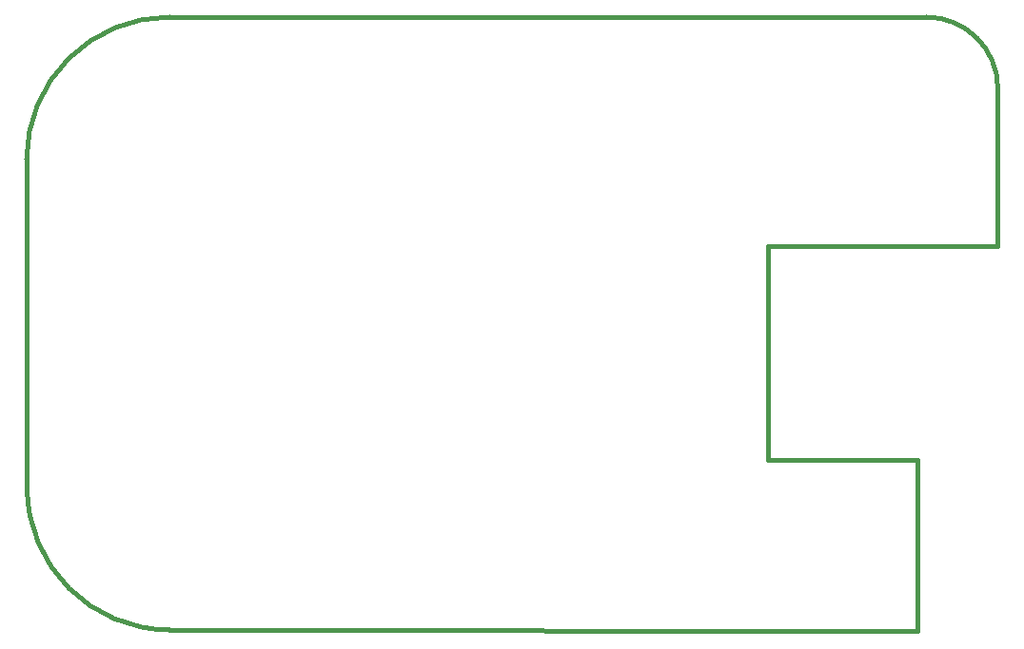
<source format=gm1>
%TF.GenerationSoftware,KiCad,Pcbnew,(6.0.1)*%
%TF.CreationDate,2022-05-20T17:27:47-04:00*%
%TF.ProjectId,BBB-GVS-4,4242422d-4756-4532-9d34-2e6b69636164,0.3*%
%TF.SameCoordinates,PX5962530PY32436e8*%
%TF.FileFunction,Profile,NP*%
%FSLAX46Y46*%
G04 Gerber Fmt 4.6, Leading zero omitted, Abs format (unit mm)*
G04 Created by KiCad (PCBNEW (6.0.1)) date 2022-05-20 17:27:47*
%MOMM*%
%LPD*%
G01*
G04 APERTURE LIST*
%TA.AperFunction,Profile*%
%ADD10C,0.381000*%
%TD*%
G04 APERTURE END LIST*
D10*
X86360000Y-20447000D02*
X65914000Y-20447000D01*
X79248000Y-54737000D02*
X79248000Y-39497000D01*
X13335000Y-54610000D02*
X79248000Y-54737000D01*
X65914000Y-39497000D02*
X79248000Y-39497000D01*
X65914000Y-20447000D02*
X65914000Y-39497000D01*
X86360000Y-6350000D02*
X86360000Y-20447000D01*
X12700000Y5000D02*
X80010000Y0D01*
X-50800Y-12700000D02*
X0Y-41910000D01*
X12700000Y-54610000D02*
X13335000Y-54610000D01*
X86360000Y-6350000D02*
G75*
G03*
X80010000Y0I-6350000J0D01*
G01*
X0Y-41910000D02*
G75*
G03*
X12700000Y-54610000I12700000J0D01*
G01*
X12700000Y5000D02*
G75*
G03*
X-50800Y-12700000I-45718J-12705000D01*
G01*
M02*

</source>
